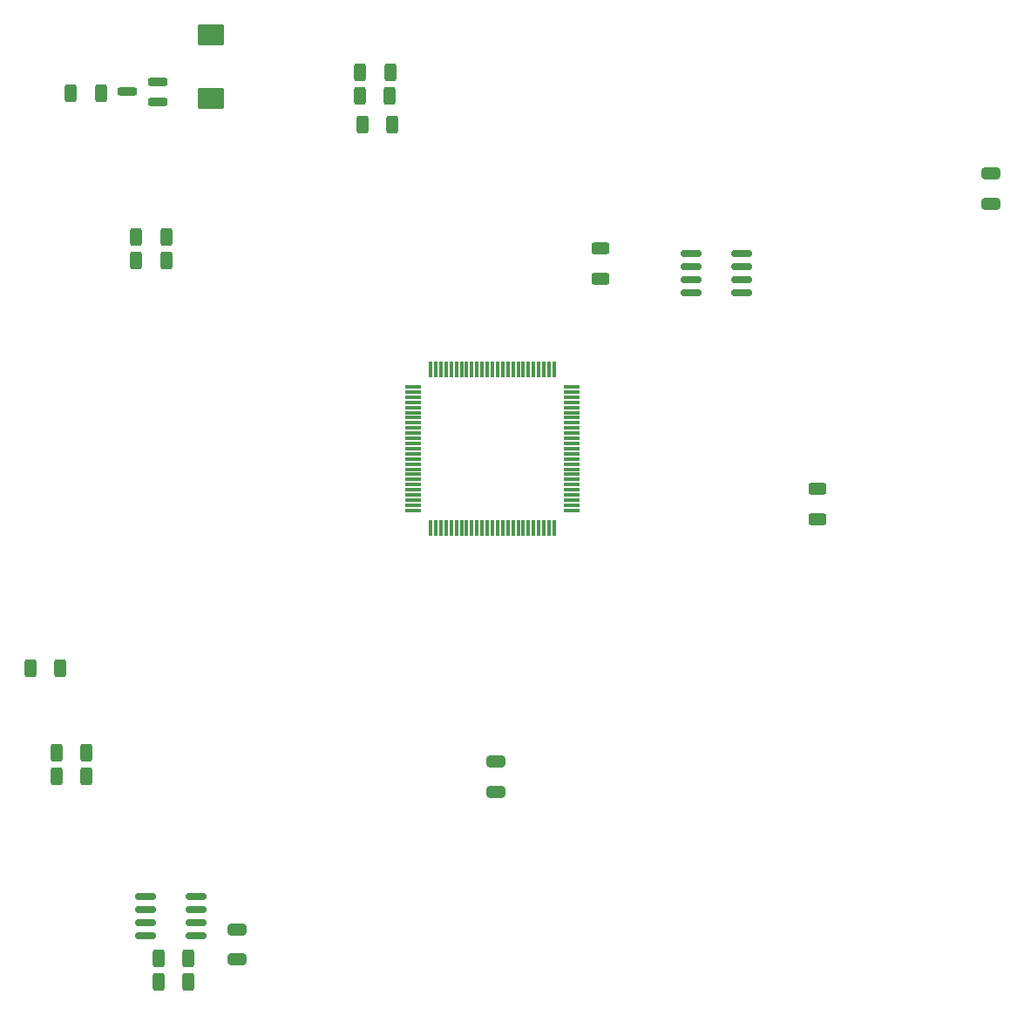
<source format=gbr>
%TF.GenerationSoftware,KiCad,Pcbnew,8.0.7-8.0.7-0~ubuntu22.04.1*%
%TF.CreationDate,2025-01-29T22:40:37+01:00*%
%TF.ProjectId,RAMROM_Board,52414d52-4f4d-45f4-926f-6172642e6b69,rev?*%
%TF.SameCoordinates,Original*%
%TF.FileFunction,Paste,Bot*%
%TF.FilePolarity,Positive*%
%FSLAX46Y46*%
G04 Gerber Fmt 4.6, Leading zero omitted, Abs format (unit mm)*
G04 Created by KiCad (PCBNEW 8.0.7-8.0.7-0~ubuntu22.04.1) date 2025-01-29 22:40:37*
%MOMM*%
%LPD*%
G01*
G04 APERTURE LIST*
G04 Aperture macros list*
%AMRoundRect*
0 Rectangle with rounded corners*
0 $1 Rounding radius*
0 $2 $3 $4 $5 $6 $7 $8 $9 X,Y pos of 4 corners*
0 Add a 4 corners polygon primitive as box body*
4,1,4,$2,$3,$4,$5,$6,$7,$8,$9,$2,$3,0*
0 Add four circle primitives for the rounded corners*
1,1,$1+$1,$2,$3*
1,1,$1+$1,$4,$5*
1,1,$1+$1,$6,$7*
1,1,$1+$1,$8,$9*
0 Add four rect primitives between the rounded corners*
20,1,$1+$1,$2,$3,$4,$5,0*
20,1,$1+$1,$4,$5,$6,$7,0*
20,1,$1+$1,$6,$7,$8,$9,0*
20,1,$1+$1,$8,$9,$2,$3,0*%
G04 Aperture macros list end*
%ADD10RoundRect,0.150000X0.825000X0.150000X-0.825000X0.150000X-0.825000X-0.150000X0.825000X-0.150000X0*%
%ADD11RoundRect,0.250000X-0.625000X0.312500X-0.625000X-0.312500X0.625000X-0.312500X0.625000X0.312500X0*%
%ADD12RoundRect,0.250000X-0.312500X-0.625000X0.312500X-0.625000X0.312500X0.625000X-0.312500X0.625000X0*%
%ADD13RoundRect,0.250000X0.650000X-0.325000X0.650000X0.325000X-0.650000X0.325000X-0.650000X-0.325000X0*%
%ADD14RoundRect,0.075000X0.075000X-0.725000X0.075000X0.725000X-0.075000X0.725000X-0.075000X-0.725000X0*%
%ADD15RoundRect,0.075000X0.725000X-0.075000X0.725000X0.075000X-0.725000X0.075000X-0.725000X-0.075000X0*%
%ADD16RoundRect,0.250000X-0.650000X0.325000X-0.650000X-0.325000X0.650000X-0.325000X0.650000X0.325000X0*%
%ADD17RoundRect,0.250000X0.312500X0.625000X-0.312500X0.625000X-0.312500X-0.625000X0.312500X-0.625000X0*%
%ADD18RoundRect,0.250000X1.025000X-0.787500X1.025000X0.787500X-1.025000X0.787500X-1.025000X-0.787500X0*%
%ADD19RoundRect,0.200000X0.750000X0.200000X-0.750000X0.200000X-0.750000X-0.200000X0.750000X-0.200000X0*%
G04 APERTURE END LIST*
D10*
%TO.C,U20*%
X122998000Y-74549000D03*
X122998000Y-75819000D03*
X122998000Y-77089000D03*
X122998000Y-78359000D03*
X118048000Y-78359000D03*
X118048000Y-77089000D03*
X118048000Y-75819000D03*
X118048000Y-74549000D03*
%TD*%
D11*
%TO.C,R13*%
X130302000Y-97409000D03*
X130302000Y-100334000D03*
%TD*%
D12*
%TO.C,R11*%
X86100000Y-62000000D03*
X89025000Y-62000000D03*
%TD*%
D10*
%TO.C,U4*%
X69974000Y-137033000D03*
X69974000Y-138303000D03*
X69974000Y-139573000D03*
X69974000Y-140843000D03*
X65024000Y-140843000D03*
X65024000Y-139573000D03*
X65024000Y-138303000D03*
X65024000Y-137033000D03*
%TD*%
D13*
%TO.C,C3*%
X147160000Y-69653995D03*
X147160000Y-66703995D03*
%TD*%
D12*
%TO.C,R3*%
X56384000Y-123063000D03*
X59309000Y-123063000D03*
%TD*%
D14*
%TO.C,U13*%
X104750000Y-101147000D03*
X104250000Y-101147000D03*
X103750000Y-101147000D03*
X103250000Y-101147000D03*
X102750000Y-101147000D03*
X102250000Y-101147000D03*
X101750000Y-101147000D03*
X101250000Y-101147000D03*
X100750000Y-101147000D03*
X100250000Y-101147000D03*
X99750000Y-101147000D03*
X99250000Y-101147000D03*
X98750000Y-101147000D03*
X98250000Y-101147000D03*
X97750000Y-101147000D03*
X97250000Y-101147000D03*
X96750000Y-101147000D03*
X96250000Y-101147000D03*
X95750000Y-101147000D03*
X95250000Y-101147000D03*
X94750000Y-101147000D03*
X94250000Y-101147000D03*
X93750000Y-101147000D03*
X93250000Y-101147000D03*
X92750000Y-101147000D03*
D15*
X91075000Y-99472000D03*
X91075000Y-98972000D03*
X91075000Y-98472000D03*
X91075000Y-97972000D03*
X91075000Y-97472000D03*
X91075000Y-96972000D03*
X91075000Y-96472000D03*
X91075000Y-95972000D03*
X91075000Y-95472000D03*
X91075000Y-94972000D03*
X91075000Y-94472000D03*
X91075000Y-93972000D03*
X91075000Y-93472000D03*
X91075000Y-92972000D03*
X91075000Y-92472000D03*
X91075000Y-91972000D03*
X91075000Y-91472000D03*
X91075000Y-90972000D03*
X91075000Y-90472000D03*
X91075000Y-89972000D03*
X91075000Y-89472000D03*
X91075000Y-88972000D03*
X91075000Y-88472000D03*
X91075000Y-87972000D03*
X91075000Y-87472000D03*
D14*
X92750000Y-85797000D03*
X93250000Y-85797000D03*
X93750000Y-85797000D03*
X94250000Y-85797000D03*
X94750000Y-85797000D03*
X95250000Y-85797000D03*
X95750000Y-85797000D03*
X96250000Y-85797000D03*
X96750000Y-85797000D03*
X97250000Y-85797000D03*
X97750000Y-85797000D03*
X98250000Y-85797000D03*
X98750000Y-85797000D03*
X99250000Y-85797000D03*
X99750000Y-85797000D03*
X100250000Y-85797000D03*
X100750000Y-85797000D03*
X101250000Y-85797000D03*
X101750000Y-85797000D03*
X102250000Y-85797000D03*
X102750000Y-85797000D03*
X103250000Y-85797000D03*
X103750000Y-85797000D03*
X104250000Y-85797000D03*
X104750000Y-85797000D03*
D15*
X106425000Y-87472000D03*
X106425000Y-87972000D03*
X106425000Y-88472000D03*
X106425000Y-88972000D03*
X106425000Y-89472000D03*
X106425000Y-89972000D03*
X106425000Y-90472000D03*
X106425000Y-90972000D03*
X106425000Y-91472000D03*
X106425000Y-91972000D03*
X106425000Y-92472000D03*
X106425000Y-92972000D03*
X106425000Y-93472000D03*
X106425000Y-93972000D03*
X106425000Y-94472000D03*
X106425000Y-94972000D03*
X106425000Y-95472000D03*
X106425000Y-95972000D03*
X106425000Y-96472000D03*
X106425000Y-96972000D03*
X106425000Y-97472000D03*
X106425000Y-97972000D03*
X106425000Y-98472000D03*
X106425000Y-98972000D03*
X106425000Y-99472000D03*
%TD*%
D16*
%TO.C,C9*%
X99060000Y-123874000D03*
X99060000Y-126824000D03*
%TD*%
D17*
%TO.C,R1*%
X67056000Y-72898000D03*
X64131000Y-72898000D03*
%TD*%
D12*
%TO.C,R7*%
X85875000Y-56900000D03*
X88800000Y-56900000D03*
%TD*%
D16*
%TO.C,C17*%
X73914000Y-140179000D03*
X73914000Y-143129000D03*
%TD*%
D12*
%TO.C,R6*%
X66294000Y-145288000D03*
X69219000Y-145288000D03*
%TD*%
D11*
%TO.C,R9*%
X109220000Y-74041000D03*
X109220000Y-76966000D03*
%TD*%
D18*
%TO.C,C12*%
X71360000Y-59453995D03*
X71360000Y-53228995D03*
%TD*%
D17*
%TO.C,R10*%
X56769000Y-114808000D03*
X53844000Y-114808000D03*
%TD*%
D12*
%TO.C,R4*%
X56384000Y-125349000D03*
X59309000Y-125349000D03*
%TD*%
%TO.C,R5*%
X66294000Y-143002000D03*
X69219000Y-143002000D03*
%TD*%
D19*
%TO.C,Q2*%
X66270000Y-57851000D03*
X66270000Y-59751000D03*
X63270000Y-58801000D03*
%TD*%
D12*
%TO.C,R8*%
X85837500Y-59200000D03*
X88762500Y-59200000D03*
%TD*%
D17*
%TO.C,R2*%
X67056000Y-75184000D03*
X64131000Y-75184000D03*
%TD*%
D12*
%TO.C,R12*%
X57781000Y-58928000D03*
X60706000Y-58928000D03*
%TD*%
M02*

</source>
